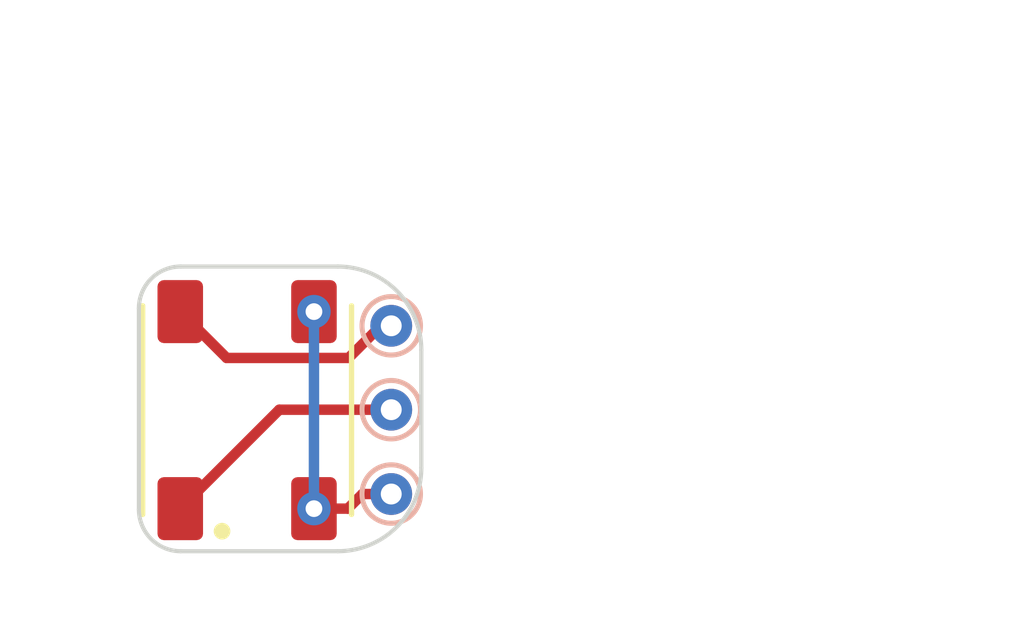
<source format=kicad_pcb>
(kicad_pcb (version 20221018) (generator pcbnew)
  (layers (0 "F.Cu" signal) (31 "B.Cu" signal) (34 "B.Paste" user) (35 "F.Paste" user) (36 "B.SilkS" user "B.Silkscreen") (37 "F.SilkS" user "F.Silkscreen") (38 "B.Mask" user) (39 "F.Mask" user) (44 "Edge.Cuts" user))
  (net 0 "")
  (net 1 "Net-(D1-DIN)")
  (net 2 "Net-(D1-VDD)")
  (net 3 "Net-(D1-DOUT)")
  (footprint "easyeda2kicad:SOL320P540X170-4N" (layer "F.Cu") (at 169.8 90.34 90)
    (fp_text reference "D1" hide)
    (fp_text value "2758")
    (fp_line (start -2.5 2.5) (end 2.5 2.5) (stroke (width 0.127)) (layer "F.SilkS"))
    (fp_line (start 2.5 -2.5) (end -2.5 -2.5) (stroke (width 0.127)) (layer "F.SilkS"))
    (fp_circle (center -2.9 -0.6) (end -2.8 -0.6) (stroke (width 0.2)) (fill none) (layer "F.SilkS"))
    (pad "1" smd roundrect (at -2.36 -1.6 90) (size 1.51 1.09) (layers "F.Cu" "F.Paste" "F.Mask") (roundrect_rratio 0.14) (net 2 "Net-(D1-VDD)"))
    (pad "2" smd roundrect (at -2.36 1.6 90) (size 1.51 1.09) (layers "F.Cu" "F.Paste" "F.Mask") (roundrect_rratio 0.14) (net 3 "Net-(D1-DOUT)"))
    (pad "3" smd roundrect (at 2.36 1.6 90) (size 1.51 1.09) (layers "F.Cu" "F.Paste" "F.Mask") (roundrect_rratio 0.14) (net 3 "Net-(D1-DOUT)"))
    (pad "4" smd roundrect (at 2.36 -1.6 90) (size 1.51 1.09) (layers "F.Cu" "F.Paste" "F.Mask") (roundrect_rratio 0.14) (net 1 "Net-(D1-DIN)"))
  )
  (footprint "TestPoint:TestPoint_THTPad_D1.0mm_Drill0.5mm" (layer "B.Cu") (at 173.25 90.33 180)
    (fp_text reference "TP2" hide)
    (fp_text value "TestPoint")
    (fp_circle (center 0 0) (end 0 -0.7) (stroke (width 0.12)) (fill none) (layer "B.SilkS"))
    (pad "1" thru_hole circle (at 0 0 180) (size 1 1) (drill 0.5) (layers "*.Cu" "*.Mask") (net 2 "Net-(D1-VDD)"))
  )
  (footprint "TestPoint:TestPoint_THTPad_D1.0mm_Drill0.5mm" (layer "B.Cu") (at 173.25 92.35 180)
    (fp_text reference "TP3" hide)
    (fp_text value "TestPoint")
    (fp_circle (center 0 0) (end 0 -0.7) (stroke (width 0.12)) (fill none) (layer "B.SilkS"))
    (pad "1" thru_hole circle (at 0 0 180) (size 1 1) (drill 0.5) (layers "*.Cu" "*.Mask") (net 3 "Net-(D1-DOUT)"))
  )
  (footprint "TestPoint:TestPoint_THTPad_D1.0mm_Drill0.5mm" (layer "B.Cu") (at 173.25 88.32 180)
    (fp_text reference "TP1" hide)
    (fp_text value "TestPoint")
    (fp_circle (center 0 0) (end 0 -0.7) (stroke (width 0.12)) (fill none) (layer "B.SilkS"))
    (pad "1" thru_hole circle (at 0 0 180) (size 1 1) (drill 0.5) (layers "*.Cu" "*.Mask") (net 1 "Net-(D1-DIN)"))
  )
  (gr_line (start 173.97 88.9) (end 173.97 91.72) (stroke (width 0.1)) (layer "Edge.Cuts"))
  (gr_arc (start 171.97 86.9) (mid 173.384214 87.485786) (end 173.97 88.9) (stroke (width 0.1)) (layer "Edge.Cuts"))
  (gr_line (start 168.21 86.9) (end 171.97 86.9) (stroke (width 0.1)) (layer "Edge.Cuts"))
  (gr_arc (start 173.97 91.72) (mid 173.384214 93.134214) (end 171.97 93.72) (stroke (width 0.1)) (layer "Edge.Cuts"))
  (gr_line (start 167.21 92.72) (end 167.21 87.9) (stroke (width 0.1)) (layer "Edge.Cuts"))
  (gr_line (start 171.97 93.72) (end 168.21 93.72) (stroke (width 0.1)) (layer "Edge.Cuts"))
  (gr_arc (start 168.21 93.72) (mid 167.502893 93.427107) (end 167.21 92.72) (stroke (width 0.1)) (layer "Edge.Cuts"))
  (gr_arc (start 167.21 87.9) (mid 167.502893 87.192893) (end 168.21 86.9) (stroke (width 0.1)) (layer "Edge.Cuts"))
  (segment (start 173.24 88.08) (end 172.23 89.09) (width 0.25) (layer "F.Cu") (net 1))
  (segment (start 172.23 89.09) (end 169.31 89.09) (width 0.25) (layer "F.Cu") (net 1))
  (segment (start 169.31 89.09) (end 168.2 87.98) (width 0.25) (layer "F.Cu") (net 1))
  (segment (start 170.57 90.33) (end 168.2 92.7) (width 0.25) (layer "F.Cu") (net 2))
  (segment (start 173.24 90.33) (end 170.57 90.33) (width 0.25) (layer "F.Cu") (net 2))
  (segment (start 172.56 92.35) (end 172.21 92.7) (width 0.25) (layer "F.Cu") (net 3))
  (segment (start 172.88 92.35) (end 172.56 92.35) (width 0.25) (layer "F.Cu") (net 3))
  (segment (start 172.21 92.7) (end 171.4 92.7) (width 0.25) (layer "F.Cu") (net 3))
  (segment (start 171.39 88.24) (end 171.31 88.32) (width 0.25) (layer "F.Cu") (net 3))
  (segment (start 173.24 92.71) (end 172.88 92.35) (width 0.25) (layer "F.Cu") (net 3))
  (via (at 171.4 87.98) (size 0.8) (drill 0.4) (layers "F.Cu" "B.Cu") (net 3))
  (via (at 171.4 92.7) (size 0.8) (drill 0.4) (layers "F.Cu" "B.Cu") (net 3))
  (segment (start 171.4 92.7) (end 171.4 87.98) (width 0.25) (layer "B.Cu") (net 3))
)
</source>
